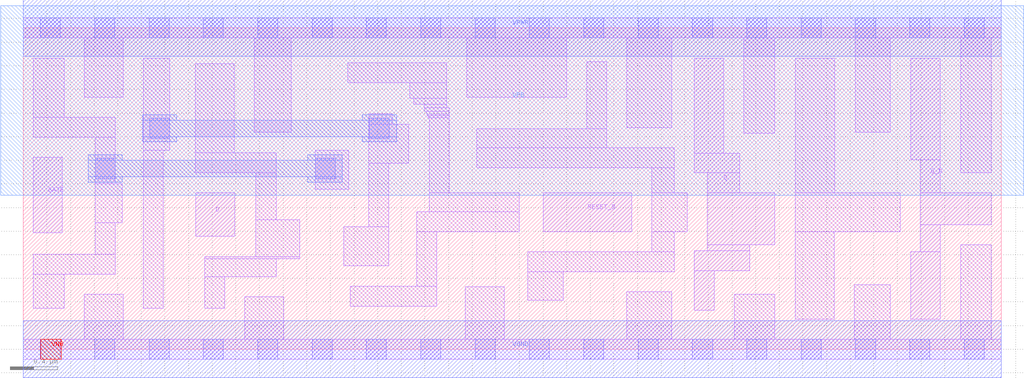
<source format=lef>
# Copyright 2020 The SkyWater PDK Authors
#
# Licensed under the Apache License, Version 2.0 (the "License");
# you may not use this file except in compliance with the License.
# You may obtain a copy of the License at
#
#     https://www.apache.org/licenses/LICENSE-2.0
#
# Unless required by applicable law or agreed to in writing, software
# distributed under the License is distributed on an "AS IS" BASIS,
# WITHOUT WARRANTIES OR CONDITIONS OF ANY KIND, either express or implied.
# See the License for the specific language governing permissions and
# limitations under the License.
#
# SPDX-License-Identifier: Apache-2.0

VERSION 5.7 ;
  NOWIREEXTENSIONATPIN ON ;
  DIVIDERCHAR "/" ;
  BUSBITCHARS "[]" ;
MACRO sky130_fd_sc_hd__dlrbp_2
  CLASS CORE ;
  FOREIGN sky130_fd_sc_hd__dlrbp_2 ;
  ORIGIN  0.000000  0.000000 ;
  SIZE  8.280000 BY  2.720000 ;
  SYMMETRY X Y R90 ;
  SITE unithd ;
  PIN D
    ANTENNAGATEAREA  0.159000 ;
    DIRECTION INPUT ;
    USE SIGNAL ;
    PORT
      LAYER li1 ;
        RECT 1.460000 0.955000 1.790000 1.325000 ;
    END
  END D
  PIN Q
    ANTENNADIFFAREA  0.478500 ;
    DIRECTION OUTPUT ;
    USE SIGNAL ;
    PORT
      LAYER li1 ;
        RECT 5.680000 0.330000 5.850000 0.665000 ;
        RECT 5.680000 0.665000 6.150000 0.835000 ;
        RECT 5.680000 1.495000 6.065000 1.660000 ;
        RECT 5.680000 1.660000 5.930000 2.465000 ;
        RECT 5.790000 0.835000 6.150000 0.885000 ;
        RECT 5.790000 0.885000 6.360000 1.325000 ;
        RECT 5.790000 1.325000 6.065000 1.495000 ;
    END
  END Q
  PIN Q_N
    ANTENNADIFFAREA  0.445500 ;
    DIRECTION OUTPUT ;
    USE SIGNAL ;
    PORT
      LAYER li1 ;
        RECT 7.515000 0.255000 7.765000 0.825000 ;
        RECT 7.515000 1.605000 7.765000 2.465000 ;
        RECT 7.595000 0.825000 7.765000 1.055000 ;
        RECT 7.595000 1.055000 8.195000 1.325000 ;
        RECT 7.595000 1.325000 7.765000 1.605000 ;
    END
  END Q_N
  PIN RESET_B
    ANTENNAGATEAREA  0.247500 ;
    DIRECTION INPUT ;
    USE SIGNAL ;
    PORT
      LAYER li1 ;
        RECT 4.400000 0.995000 5.150000 1.325000 ;
    END
  END RESET_B
  PIN VNB
    PORT
      LAYER pwell ;
        RECT 0.150000 -0.085000 0.320000 0.085000 ;
    END
  END VNB
  PIN VPB
    PORT
      LAYER nwell ;
        RECT -0.190000 1.305000 8.470000 2.910000 ;
    END
  END VPB
  PIN GATE
    ANTENNAGATEAREA  0.159000 ;
    DIRECTION INPUT ;
    USE CLOCK ;
    PORT
      LAYER li1 ;
        RECT 0.085000 0.985000 0.330000 1.625000 ;
    END
  END GATE
  PIN VGND
    DIRECTION INOUT ;
    SHAPE ABUTMENT ;
    USE GROUND ;
    PORT
      LAYER met1 ;
        RECT 0.000000 -0.240000 8.280000 0.240000 ;
    END
  END VGND
  PIN VPWR
    DIRECTION INOUT ;
    SHAPE ABUTMENT ;
    USE POWER ;
    PORT
      LAYER met1 ;
        RECT 0.000000 2.480000 8.280000 2.960000 ;
    END
  END VPWR
  OBS
    LAYER li1 ;
      RECT 0.000000 -0.085000 8.280000 0.085000 ;
      RECT 0.000000  2.635000 8.280000 2.805000 ;
      RECT 0.085000  0.345000 0.345000 0.635000 ;
      RECT 0.085000  0.635000 0.780000 0.805000 ;
      RECT 0.085000  1.795000 0.780000 1.965000 ;
      RECT 0.085000  1.965000 0.345000 2.465000 ;
      RECT 0.515000  0.085000 0.845000 0.465000 ;
      RECT 0.515000  2.135000 0.845000 2.635000 ;
      RECT 0.610000  0.805000 0.780000 1.070000 ;
      RECT 0.610000  1.070000 0.840000 1.400000 ;
      RECT 0.610000  1.400000 0.780000 1.795000 ;
      RECT 1.015000  0.345000 1.185000 1.685000 ;
      RECT 1.015000  1.685000 1.240000 2.465000 ;
      RECT 1.455000  1.495000 2.140000 1.665000 ;
      RECT 1.455000  1.665000 1.785000 2.415000 ;
      RECT 1.535000  0.345000 1.705000 0.615000 ;
      RECT 1.535000  0.615000 2.140000 0.765000 ;
      RECT 1.535000  0.765000 2.340000 0.785000 ;
      RECT 1.875000  0.085000 2.205000 0.445000 ;
      RECT 1.955000  1.835000 2.270000 2.635000 ;
      RECT 1.970000  0.785000 2.340000 1.095000 ;
      RECT 1.970000  1.095000 2.140000 1.495000 ;
      RECT 2.470000  1.355000 2.755000 1.685000 ;
      RECT 2.715000  0.705000 3.095000 1.035000 ;
      RECT 2.745000  2.255000 3.585000 2.425000 ;
      RECT 2.770000  0.365000 3.500000 0.535000 ;
      RECT 2.925000  1.035000 3.095000 1.575000 ;
      RECT 2.925000  1.575000 3.265000 1.905000 ;
      RECT 2.925000  1.905000 3.125000 1.995000 ;
      RECT 3.270000  2.125000 3.585000 2.255000 ;
      RECT 3.305000  2.075000 3.585000 2.125000 ;
      RECT 3.330000  0.535000 3.500000 0.995000 ;
      RECT 3.330000  0.995000 4.200000 1.165000 ;
      RECT 3.395000  2.015000 3.605000 2.045000 ;
      RECT 3.395000  2.045000 3.585000 2.075000 ;
      RECT 3.415000  1.990000 3.605000 2.015000 ;
      RECT 3.420000  1.975000 3.605000 1.990000 ;
      RECT 3.430000  1.960000 3.605000 1.975000 ;
      RECT 3.435000  1.165000 4.200000 1.325000 ;
      RECT 3.435000  1.325000 3.605000 1.960000 ;
      RECT 3.740000  0.085000 4.070000 0.530000 ;
      RECT 3.755000  2.135000 4.600000 2.635000 ;
      RECT 3.840000  1.535000 5.510000 1.705000 ;
      RECT 3.840000  1.705000 4.940000 1.865000 ;
      RECT 4.270000  0.415000 4.570000 0.655000 ;
      RECT 4.270000  0.655000 5.510000 0.825000 ;
      RECT 4.770000  1.865000 4.940000 2.435000 ;
      RECT 5.110000  0.085000 5.490000 0.485000 ;
      RECT 5.110000  1.875000 5.490000 2.635000 ;
      RECT 5.320000  0.825000 5.510000 0.995000 ;
      RECT 5.320000  0.995000 5.620000 1.325000 ;
      RECT 5.320000  1.325000 5.510000 1.535000 ;
      RECT 6.020000  0.085000 6.360000 0.465000 ;
      RECT 6.100000  1.830000 6.360000 2.635000 ;
      RECT 6.535000  0.255000 6.865000 0.995000 ;
      RECT 6.535000  0.995000 7.425000 1.325000 ;
      RECT 6.535000  1.325000 6.870000 2.465000 ;
      RECT 7.035000  0.085000 7.340000 0.545000 ;
      RECT 7.045000  1.835000 7.340000 2.635000 ;
      RECT 7.935000  0.085000 8.195000 0.885000 ;
      RECT 7.935000  1.495000 8.195000 2.635000 ;
    LAYER mcon ;
      RECT 0.145000 -0.085000 0.315000 0.085000 ;
      RECT 0.145000  2.635000 0.315000 2.805000 ;
      RECT 0.605000 -0.085000 0.775000 0.085000 ;
      RECT 0.605000  2.635000 0.775000 2.805000 ;
      RECT 0.610000  1.445000 0.780000 1.615000 ;
      RECT 1.065000 -0.085000 1.235000 0.085000 ;
      RECT 1.065000  2.635000 1.235000 2.805000 ;
      RECT 1.070000  1.785000 1.240000 1.955000 ;
      RECT 1.525000 -0.085000 1.695000 0.085000 ;
      RECT 1.525000  2.635000 1.695000 2.805000 ;
      RECT 1.985000 -0.085000 2.155000 0.085000 ;
      RECT 1.985000  2.635000 2.155000 2.805000 ;
      RECT 2.445000 -0.085000 2.615000 0.085000 ;
      RECT 2.445000  2.635000 2.615000 2.805000 ;
      RECT 2.470000  1.445000 2.640000 1.615000 ;
      RECT 2.905000 -0.085000 3.075000 0.085000 ;
      RECT 2.905000  2.635000 3.075000 2.805000 ;
      RECT 2.930000  1.785000 3.100000 1.955000 ;
      RECT 3.365000 -0.085000 3.535000 0.085000 ;
      RECT 3.365000  2.635000 3.535000 2.805000 ;
      RECT 3.825000 -0.085000 3.995000 0.085000 ;
      RECT 3.825000  2.635000 3.995000 2.805000 ;
      RECT 4.285000 -0.085000 4.455000 0.085000 ;
      RECT 4.285000  2.635000 4.455000 2.805000 ;
      RECT 4.745000 -0.085000 4.915000 0.085000 ;
      RECT 4.745000  2.635000 4.915000 2.805000 ;
      RECT 5.205000 -0.085000 5.375000 0.085000 ;
      RECT 5.205000  2.635000 5.375000 2.805000 ;
      RECT 5.665000 -0.085000 5.835000 0.085000 ;
      RECT 5.665000  2.635000 5.835000 2.805000 ;
      RECT 6.125000 -0.085000 6.295000 0.085000 ;
      RECT 6.125000  2.635000 6.295000 2.805000 ;
      RECT 6.585000 -0.085000 6.755000 0.085000 ;
      RECT 6.585000  2.635000 6.755000 2.805000 ;
      RECT 7.045000 -0.085000 7.215000 0.085000 ;
      RECT 7.045000  2.635000 7.215000 2.805000 ;
      RECT 7.505000 -0.085000 7.675000 0.085000 ;
      RECT 7.505000  2.635000 7.675000 2.805000 ;
      RECT 7.965000 -0.085000 8.135000 0.085000 ;
      RECT 7.965000  2.635000 8.135000 2.805000 ;
    LAYER met1 ;
      RECT 0.550000 1.415000 0.840000 1.460000 ;
      RECT 0.550000 1.460000 2.700000 1.600000 ;
      RECT 0.550000 1.600000 0.840000 1.645000 ;
      RECT 1.010000 1.755000 1.300000 1.800000 ;
      RECT 1.010000 1.800000 3.160000 1.940000 ;
      RECT 1.010000 1.940000 1.300000 1.985000 ;
      RECT 2.410000 1.415000 2.700000 1.460000 ;
      RECT 2.410000 1.600000 2.700000 1.645000 ;
      RECT 2.870000 1.755000 3.160000 1.800000 ;
      RECT 2.870000 1.940000 3.160000 1.985000 ;
  END
END sky130_fd_sc_hd__dlrbp_2
END LIBRARY

</source>
